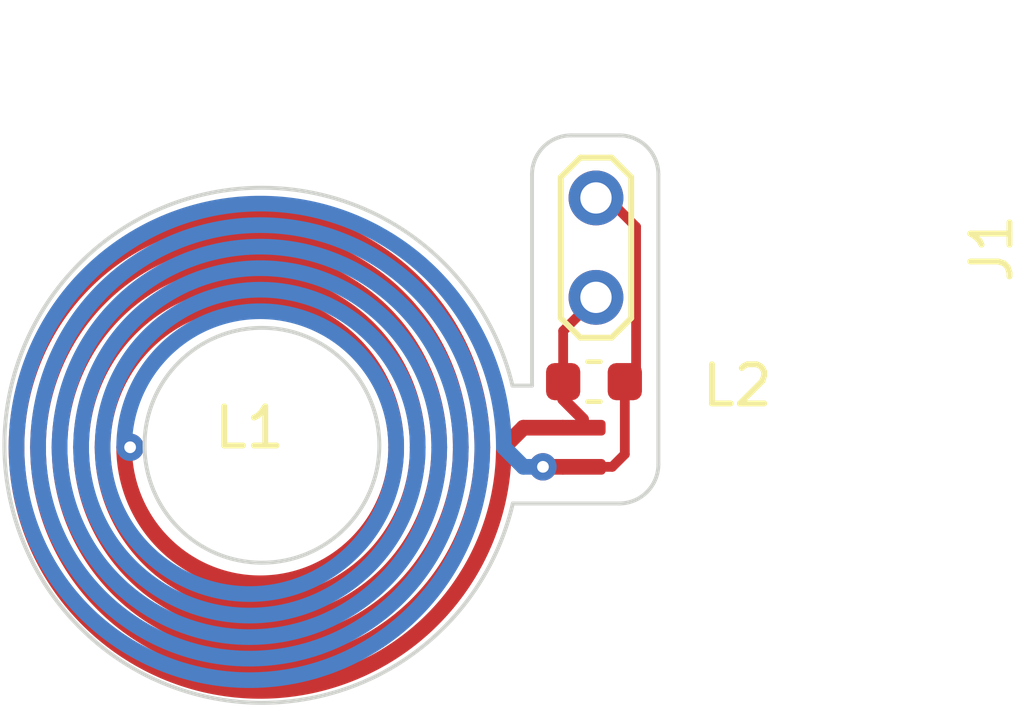
<source format=kicad_pcb>
(kicad_pcb (version 20221018) (generator pcbnew)
  (layers (0 "F.Cu" signal) (31 "B.Cu" signal) (34 "B.Paste" user) (35 "F.Paste" user) (36 "B.SilkS" user "B.Silkscreen") (37 "F.SilkS" user "F.Silkscreen") (38 "B.Mask" user) (39 "F.Mask" user) (44 "Edge.Cuts" user))
  (net 0 "")
  (net 1 "Net-(J1-Pin_1)")
  (net 2 "Net-(J1-Pin_2)")
  (footprint "TestPoint:TestPoint_2Pads_Pitch2.54mm_Drill0.8mm" (layer "F.Cu") (at 136.906 89.4388 90)
    (fp_text reference "J1" (at 1.25 10.1092 90) (layer "F.SilkS"))
    (fp_text value "Conn_01x02_Pin")
    (fp_line (start -1.03 -0.4) (end -0.53 -0.9) (stroke (width 0.15)) (layer "F.SilkS"))
    (fp_line (start -1.03 0.4) (end -1.03 -0.4) (stroke (width 0.15)) (layer "F.SilkS"))
    (fp_line (start -0.53 -0.9) (end 3.07 -0.9) (stroke (width 0.15)) (layer "F.SilkS"))
    (fp_line (start -0.53 0.9) (end -1.03 0.4) (stroke (width 0.15)) (layer "F.SilkS"))
    (fp_line (start 3.07 -0.9) (end 3.57 -0.4) (stroke (width 0.15)) (layer "F.SilkS"))
    (fp_line (start 3.07 0.9) (end -0.53 0.9) (stroke (width 0.15)) (layer "F.SilkS"))
    (fp_line (start 3.57 -0.4) (end 3.57 0.4) (stroke (width 0.15)) (layer "F.SilkS"))
    (fp_line (start 3.57 0.4) (end 3.07 0.9) (stroke (width 0.15)) (layer "F.SilkS"))
    (pad "1" thru_hole circle (at 0 0 90) (size 1.4 1.4) (drill 0.8) (layers "*.Cu" "*.Mask") (net 1 "Net-(J1-Pin_1)"))
    (pad "2" thru_hole circle (at 2.54 0 90) (size 1.4 1.4) (drill 0.8) (layers "*.Cu" "*.Mask") (net 2 "Net-(J1-Pin_2)"))
  )
  (footprint "Inductor_SMD:L_0603_1608Metric" (layer "F.Cu") (at 136.8552 91.5924)
    (fp_text reference "L2" (at 3.6576 0.1016) (layer "F.SilkS"))
    (fp_text value "L")
    (fp_line (start -0.162779 -0.51) (end 0.162779 -0.51) (stroke (width 0.12)) (layer "F.SilkS"))
    (fp_line (start -0.162779 0.51) (end 0.162779 0.51) (stroke (width 0.12)) (layer "F.SilkS"))
    (pad "1" smd roundrect (at -0.7875 0) (size 0.875 0.95) (layers "F.Cu" "F.Paste" "F.Mask") (net 1 "Net-(J1-Pin_1)"))
    (pad "2" smd roundrect (at 0.7875 0) (size 0.875 0.95) (layers "F.Cu" "F.Paste" "F.Mask") (net 2 "Net-(J1-Pin_2)"))
  )
  (footprint "TouchProbeLibrary2:COIL_GENERATOR_1" (layer "F.Cu") (at 128.3716 93.2688)
    (fp_text reference "L1" (at -0.32 -0.5 unlocked) (layer "F.SilkS"))
    (fp_text value "L")
    (fp_line (start 6.18 0) (end 6.68 -0.5) (stroke (width 0.4)) (layer "F.Cu"))
    (fp_line (start 6.68 -0.5) (end 7.68 -0.5) (stroke (width 0.4)) (layer "F.Cu"))
    (fp_line (start 7.18 0.5) (end 7.68 0.5) (stroke (width 0.4)) (layer "F.Cu"))
    (fp_arc (start -6.27 0) (mid -0.32 -5.95) (end 5.63 0) (stroke (width 0.4)) (layer "F.Cu"))
    (fp_arc (start -5.72 0) (mid -0.32 -5.4) (end 5.08 0) (stroke (width 0.4)) (layer "F.Cu"))
    (fp_arc (start -5.17 0) (mid -0.32 -4.85) (end 4.53 0) (stroke (width 0.4)) (layer "F.Cu"))
    (fp_arc (start -4.62 0) (mid -0.32 -4.3) (end 3.98 0) (stroke (width 0.4)) (layer "F.Cu"))
    (fp_arc (start -4.07 0) (mid -0.32 -3.75) (end 3.43 0) (stroke (width 0.4)) (layer "F.Cu"))
    (fp_arc (start 3.43 0) (mid -0.045 3.475) (end -3.52 0) (stroke (width 0.4)) (layer "F.Cu"))
    (fp_arc (start 3.98 0) (mid -0.045 4.025) (end -4.07 0) (stroke (width 0.4)) (layer "F.Cu"))
    (fp_arc (start 4.53 0) (mid -0.045 4.575) (end -4.62 0) (stroke (width 0.4)) (layer "F.Cu"))
    (fp_arc (start 5.08 0) (mid -0.045 5.125) (end -5.17 0) (stroke (width 0.4)) (layer "F.Cu"))
    (fp_arc (start 5.63 0) (mid -0.045 5.675) (end -5.72 0) (stroke (width 0.4)) (layer "F.Cu"))
    (fp_arc (start 6.18 0) (mid -0.045 6.225) (end -6.27 0) (stroke (width 0.4)) (layer "F.Cu"))
    (fp_line (start 6.18 0) (end 6.68 0.5) (stroke (width 0.4)) (layer "B.Cu"))
    (fp_line (start 6.68 0.5) (end 7.18 0.5) (stroke (width 0.4)) (layer "B.Cu"))
    (fp_arc (start -6.27 0) (mid -0.045 -6.225) (end 6.18 0) (stroke (width 0.4)) (layer "B.Cu"))
    (fp_arc (start -5.72 0) (mid -0.045 -5.675) (end 5.63 0) (stroke (width 0.4)) (layer "B.Cu"))
    (fp_arc (start -5.17 0) (mid -0.045 -5.125) (end 5.08 0) (stroke (width 0.4)) (layer "B.Cu"))
    (fp_arc (start -4.62 0) (mid -0.045 -4.575) (end 4.53 0) (stroke (width 0.4)) (layer "B.Cu"))
    (fp_arc (start -4.07 0) (mid -0.045 -4.025) (end 3.98 0) (stroke (width 0.4)) (layer "B.Cu"))
    (fp_arc (start -3.52 0) (mid -0.045 -3.475) (end 3.43 0) (stroke (width 0.4)) (layer "B.Cu"))
    (fp_arc (start 3.43 0) (mid -0.32 3.75) (end -4.07 0) (stroke (width 0.4)) (layer "B.Cu"))
    (fp_arc (start 3.98 0) (mid -0.32 4.3) (end -4.62 0) (stroke (width 0.4)) (layer "B.Cu"))
    (fp_arc (start 4.53 0) (mid -0.32 4.85) (end -5.17 0) (stroke (width 0.4)) (layer "B.Cu"))
    (fp_arc (start 5.08 0) (mid -0.32 5.4) (end -5.72 0) (stroke (width 0.4)) (layer "B.Cu"))
    (fp_arc (start 5.63 0) (mid -0.32 5.95) (end -6.27 0) (stroke (width 0.4)) (layer "B.Cu"))
    (pad "" thru_hole circle (at -3.368 0) (size 0.7 0.7) (drill 0.3) (layers "*.Cu" "*.Mask"))
    (pad "" thru_hole circle (at 7.18 0.5) (size 0.7 0.7) (drill 0.3) (layers "*.Cu" "*.Mask"))
    (pad "1" smd roundrect (at 8.18 -0.5) (size 1.2 0.4) (layers "F.Cu") (net 1 "Net-(J1-Pin_1)"))
    (pad "2" smd roundrect (at 8.18 0.5) (size 1.2 0.4) (layers "F.Cu") (net 2 "Net-(J1-Pin_2)"))
  )
  (gr_arc (start 134.781095 94.705003) (mid 121.791901 93.237003) (end 134.772399 91.694) (stroke (width 0.1)) (layer "Edge.Cuts"))
  (gr_line (start 138.5 93.705003) (end 138.5 86.3) (stroke (width 0.1)) (layer "Edge.Cuts"))
  (gr_line (start 134.772399 91.694) (end 135.272399 91.694) (stroke (width 0.1)) (layer "Edge.Cuts"))
  (gr_arc (start 138.5 93.705003) (mid 138.207107 94.41211) (end 137.5 94.705003) (stroke (width 0.1)) (layer "Edge.Cuts"))
  (gr_line (start 135.272399 91.694) (end 135.272399 86.3) (stroke (width 0.1)) (layer "Edge.Cuts"))
  (gr_circle (center 128.3716 93.218) (end 131.3716 93.218) (stroke (width 0.1)) (fill none) (layer "Edge.Cuts"))
  (gr_line (start 134.781095 94.705003) (end 137.5 94.705003) (stroke (width 0.1)) (layer "Edge.Cuts"))
  (gr_arc (start 135.272399 86.3) (mid 135.565292 85.592893) (end 136.272399 85.3) (stroke (width 0.1)) (layer "Edge.Cuts"))
  (gr_arc (start 137.5 85.3) (mid 138.207107 85.592893) (end 138.5 86.3) (stroke (width 0.1)) (layer "Edge.Cuts"))
  (gr_line (start 136.272399 85.3) (end 137.5 85.3) (stroke (width 0.1)) (layer "Edge.Cuts"))
  (segment (start 136.0677 90.2971) (end 136.906 89.4588) (width 0.25) (layer "F.Cu") (net 1))
  (segment (start 136.0677 91.714) (end 136.0677 90.2971) (width 0.25) (layer "F.Cu") (net 1))
  (segment (start 136.0677 92.042438) (end 136.5766 92.551338) (width 0.3) (layer "F.Cu") (net 1))
  (segment (start 137.6427 91.714) (end 137.6427 93.4465) (width 0.25) (layer "F.Cu") (net 2))
  (segment (start 137.931 91.4257) (end 137.931 87.639) (width 0.25) (layer "F.Cu") (net 2))
  (segment (start 137.3204 93.7688) (end 136.5766 93.7688) (width 0.25) (layer "F.Cu") (net 2))
  (segment (start 137.931 87.639) (end 136.906 86.614) (width 0.25) (layer "F.Cu") (net 2))
  (segment (start 137.6427 93.4465) (end 137.3204 93.7688) (width 0.25) (layer "F.Cu") (net 2))
)
</source>
